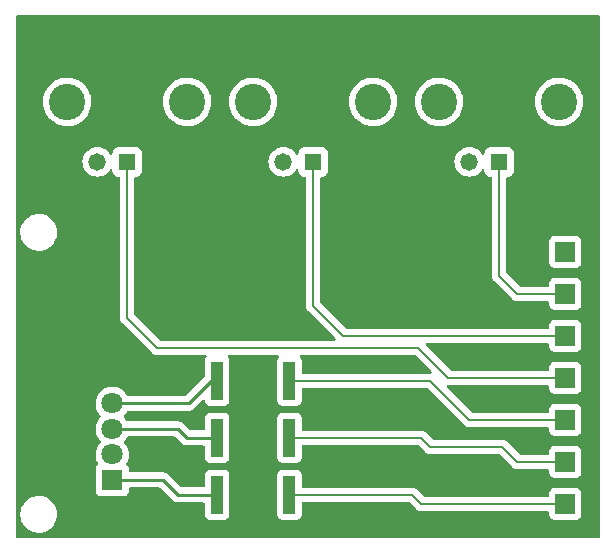
<source format=gbr>
%TF.GenerationSoftware,KiCad,Pcbnew,(6.0.1)*%
%TF.CreationDate,2022-03-09T16:15:59-05:00*%
%TF.ProjectId,pcb_arduino,7063625f-6172-4647-9569-6e6f2e6b6963,rev?*%
%TF.SameCoordinates,Original*%
%TF.FileFunction,Copper,L1,Top*%
%TF.FilePolarity,Positive*%
%FSLAX46Y46*%
G04 Gerber Fmt 4.6, Leading zero omitted, Abs format (unit mm)*
G04 Created by KiCad (PCBNEW (6.0.1)) date 2022-03-09 16:15:59*
%MOMM*%
%LPD*%
G01*
G04 APERTURE LIST*
%TA.AperFunction,ComponentPad*%
%ADD10R,1.800000X1.800000*%
%TD*%
%TA.AperFunction,ComponentPad*%
%ADD11C,1.800000*%
%TD*%
%TA.AperFunction,SMDPad,CuDef*%
%ADD12R,1.070000X3.270000*%
%TD*%
%TA.AperFunction,ComponentPad*%
%ADD13R,1.700000X1.700000*%
%TD*%
%TA.AperFunction,ComponentPad*%
%ADD14C,3.076000*%
%TD*%
%TA.AperFunction,ComponentPad*%
%ADD15C,1.478000*%
%TD*%
%TA.AperFunction,ComponentPad*%
%ADD16R,1.478000X1.478000*%
%TD*%
%TA.AperFunction,Conductor*%
%ADD17C,0.200000*%
%TD*%
%TA.AperFunction,Conductor*%
%ADD18C,0.250000*%
%TD*%
G04 APERTURE END LIST*
D10*
%TO.P,LED,1*%
%TO.N,N/C*%
X116459000Y-120269000D03*
D11*
%TO.P,LED,2*%
X116459000Y-118110000D03*
%TO.P,LED,3*%
X116459000Y-115951000D03*
%TO.P,LED,4*%
X116459000Y-113792000D03*
%TD*%
D12*
%TO.P,R,1*%
%TO.N,N/C*%
X125342000Y-121539000D03*
%TO.P,R,2*%
X131452000Y-121539000D03*
%TD*%
D13*
%TO.P,PIN 50,1*%
%TO.N,N/C*%
X154813000Y-118745000D03*
X154813000Y-118745000D03*
%TD*%
D14*
%TO.P,EEG,S2*%
%TO.N,N/C*%
X122809000Y-88265000D03*
%TO.P,EEG,S1*%
X112649000Y-88265000D03*
D15*
%TO.P,EEG,2*%
X115189000Y-93345000D03*
D16*
%TO.P,EEG,1*%
X117729000Y-93345000D03*
%TD*%
D13*
%TO.P,PIN 6,1*%
%TO.N,N/C*%
X154813000Y-108077000D03*
X154813000Y-108077000D03*
%TD*%
D12*
%TO.P,R,1*%
%TO.N,N/C*%
X125342000Y-116713000D03*
%TO.P,R,2*%
X131452000Y-116713000D03*
%TD*%
D16*
%TO.P,Footswitch,1*%
%TO.N,N/C*%
X133477000Y-93345000D03*
D15*
%TO.P,Footswitch,2*%
X130937000Y-93345000D03*
D14*
%TO.P,Footswitch,S1*%
X128397000Y-88265000D03*
%TO.P,Footswitch,S2*%
X138557000Y-88265000D03*
%TD*%
D13*
%TO.P,PIN 53,1*%
%TO.N,N/C*%
X154813000Y-115189000D03*
X154813000Y-115189000D03*
%TD*%
%TO.P,GND,1*%
%TO.N,N/C*%
X154813000Y-100965000D03*
X154813000Y-100965000D03*
%TD*%
%TO.P,PIN 7,1*%
%TO.N,N/C*%
X154813000Y-111633000D03*
X154813000Y-111633000D03*
%TD*%
%TO.P,PIN 52,1*%
%TO.N,N/C*%
X154813000Y-122301000D03*
X154813000Y-122301000D03*
%TD*%
D12*
%TO.P,R,1*%
%TO.N,N/C*%
X125342000Y-111887000D03*
%TO.P,R,2*%
X131452000Y-111887000D03*
%TD*%
D13*
%TO.P,PIN 5,1*%
%TO.N,N/C*%
X154813000Y-104521000D03*
X154813000Y-104521000D03*
%TD*%
D16*
%TO.P,Portasync,1*%
%TO.N,N/C*%
X149225000Y-93345000D03*
D15*
%TO.P,Portasync,2*%
X146685000Y-93345000D03*
D14*
%TO.P,Portasync,S1*%
X144145000Y-88265000D03*
%TO.P,Portasync,S2*%
X154305000Y-88265000D03*
%TD*%
D17*
%TO.N,*%
X143383000Y-117475000D02*
X142621000Y-116713000D01*
X144907000Y-111633000D02*
X154813000Y-111633000D01*
X141859000Y-121539000D02*
X142621000Y-122301000D01*
X120269000Y-109093000D02*
X142367000Y-109093000D01*
D18*
X120777000Y-120269000D02*
X122047000Y-121539000D01*
D17*
X133477000Y-105537000D02*
X136017000Y-108077000D01*
D18*
X122047000Y-121539000D02*
X125342000Y-121539000D01*
D17*
X142621000Y-116713000D02*
X131452000Y-116713000D01*
X146685000Y-115189000D02*
X154813000Y-115189000D01*
X131452000Y-121539000D02*
X141859000Y-121539000D01*
D18*
X122809000Y-116713000D02*
X125342000Y-116713000D01*
D17*
X149225000Y-102997000D02*
X150749000Y-104521000D01*
D18*
X116459000Y-115951000D02*
X122047000Y-115951000D01*
D17*
X150749000Y-118745000D02*
X154813000Y-118745000D01*
X143383000Y-111887000D02*
X146685000Y-115189000D01*
D18*
X122047000Y-115951000D02*
X122809000Y-116713000D01*
D17*
X142367000Y-109093000D02*
X144907000Y-111633000D01*
X131452000Y-111887000D02*
X143383000Y-111887000D01*
D18*
X116459000Y-120269000D02*
X120777000Y-120269000D01*
D17*
X133477000Y-93345000D02*
X133477000Y-105537000D01*
X149479000Y-117475000D02*
X143383000Y-117475000D01*
X117729000Y-106553000D02*
X120269000Y-109093000D01*
X117729000Y-93345000D02*
X117729000Y-106553000D01*
X149225000Y-93345000D02*
X149225000Y-102997000D01*
X154305000Y-114681000D02*
X154813000Y-115189000D01*
X142621000Y-122301000D02*
X154813000Y-122301000D01*
X150749000Y-104521000D02*
X154813000Y-104521000D01*
D18*
X122936000Y-113792000D02*
X124841000Y-111887000D01*
X116459000Y-113792000D02*
X122936000Y-113792000D01*
D17*
X150749000Y-118745000D02*
X149479000Y-117475000D01*
X136017000Y-108077000D02*
X154813000Y-108077000D01*
D18*
X124841000Y-111887000D02*
X125342000Y-111887000D01*
%TD*%
%TA.AperFunction,NonConductor*%
G36*
X142130882Y-109721502D02*
G01*
X142151856Y-109738405D01*
X143472684Y-111059233D01*
X143506710Y-111121545D01*
X143501645Y-111192360D01*
X143459098Y-111249196D01*
X143392578Y-111274007D01*
X143389567Y-111274115D01*
X143383000Y-111273250D01*
X143351307Y-111277422D01*
X143334864Y-111278500D01*
X132621500Y-111278500D01*
X132553379Y-111258498D01*
X132506886Y-111204842D01*
X132495500Y-111152500D01*
X132495500Y-110203866D01*
X132488745Y-110141684D01*
X132437615Y-110005295D01*
X132360998Y-109903065D01*
X132336150Y-109836558D01*
X132351203Y-109767176D01*
X132401377Y-109716946D01*
X132461824Y-109701500D01*
X142062761Y-109701500D01*
X142130882Y-109721502D01*
G37*
%TD.AperFunction*%
%TA.AperFunction,NonConductor*%
G36*
X157676121Y-80919002D02*
G01*
X157722614Y-80972658D01*
X157734000Y-81025000D01*
X157734000Y-125096000D01*
X157713998Y-125164121D01*
X157660342Y-125210614D01*
X157608000Y-125222000D01*
X108453000Y-125222000D01*
X108384879Y-125201998D01*
X108338386Y-125148342D01*
X108327000Y-125096000D01*
X108327000Y-123244568D01*
X108673382Y-123244568D01*
X108702208Y-123493699D01*
X108703587Y-123498573D01*
X108703588Y-123498577D01*
X108753963Y-123676598D01*
X108770494Y-123735017D01*
X108772628Y-123739592D01*
X108772630Y-123739599D01*
X108874347Y-123957731D01*
X108876484Y-123962313D01*
X108879326Y-123966494D01*
X108879326Y-123966495D01*
X109014605Y-124165552D01*
X109014608Y-124165556D01*
X109017451Y-124169739D01*
X109020928Y-124173416D01*
X109020929Y-124173417D01*
X109121238Y-124279491D01*
X109189767Y-124351959D01*
X109193793Y-124355037D01*
X109193794Y-124355038D01*
X109384981Y-124501212D01*
X109384985Y-124501215D01*
X109389001Y-124504285D01*
X109610026Y-124622797D01*
X109614807Y-124624443D01*
X109614811Y-124624445D01*
X109840538Y-124702169D01*
X109847156Y-124704448D01*
X109950689Y-124722331D01*
X110090380Y-124746460D01*
X110090386Y-124746461D01*
X110094290Y-124747135D01*
X110098251Y-124747315D01*
X110098252Y-124747315D01*
X110122931Y-124748436D01*
X110122950Y-124748436D01*
X110124350Y-124748500D01*
X110299015Y-124748500D01*
X110301523Y-124748298D01*
X110301528Y-124748298D01*
X110480944Y-124733863D01*
X110480949Y-124733862D01*
X110485985Y-124733457D01*
X110490893Y-124732252D01*
X110490896Y-124732251D01*
X110724625Y-124674841D01*
X110729539Y-124673634D01*
X110734191Y-124671659D01*
X110734195Y-124671658D01*
X110955741Y-124577617D01*
X110955742Y-124577617D01*
X110960396Y-124575641D01*
X111172615Y-124442000D01*
X111360738Y-124276147D01*
X111519924Y-124082351D01*
X111646078Y-123865596D01*
X111735955Y-123631461D01*
X111737386Y-123624615D01*
X111786206Y-123390921D01*
X111787241Y-123385967D01*
X111798618Y-123135432D01*
X111769792Y-122886301D01*
X111730810Y-122748539D01*
X111702884Y-122649852D01*
X111702883Y-122649850D01*
X111701506Y-122644983D01*
X111699372Y-122640408D01*
X111699370Y-122640401D01*
X111597653Y-122422269D01*
X111597651Y-122422265D01*
X111595516Y-122417687D01*
X111592674Y-122413505D01*
X111457395Y-122214448D01*
X111457392Y-122214444D01*
X111454549Y-122210261D01*
X111353925Y-122103853D01*
X111285713Y-122031721D01*
X111282233Y-122028041D01*
X111278206Y-122024962D01*
X111087019Y-121878788D01*
X111087015Y-121878785D01*
X111082999Y-121875715D01*
X110861974Y-121757203D01*
X110857193Y-121755557D01*
X110857189Y-121755555D01*
X110629633Y-121677201D01*
X110624844Y-121675552D01*
X110509304Y-121655595D01*
X110381620Y-121633540D01*
X110381614Y-121633539D01*
X110377710Y-121632865D01*
X110373749Y-121632685D01*
X110373748Y-121632685D01*
X110349069Y-121631564D01*
X110349050Y-121631564D01*
X110347650Y-121631500D01*
X110172985Y-121631500D01*
X110170477Y-121631702D01*
X110170472Y-121631702D01*
X109991056Y-121646137D01*
X109991051Y-121646138D01*
X109986015Y-121646543D01*
X109981107Y-121647748D01*
X109981104Y-121647749D01*
X109845268Y-121681114D01*
X109742461Y-121706366D01*
X109737809Y-121708341D01*
X109737805Y-121708342D01*
X109617061Y-121759595D01*
X109511604Y-121804359D01*
X109507320Y-121807057D01*
X109310109Y-121931247D01*
X109299385Y-121938000D01*
X109111262Y-122103853D01*
X108952076Y-122297649D01*
X108825922Y-122514404D01*
X108736045Y-122748539D01*
X108735012Y-122753485D01*
X108735010Y-122753491D01*
X108701547Y-122913672D01*
X108684759Y-122994033D01*
X108673382Y-123244568D01*
X108327000Y-123244568D01*
X108327000Y-99368568D01*
X108673382Y-99368568D01*
X108702208Y-99617699D01*
X108703587Y-99622573D01*
X108703588Y-99622577D01*
X108742169Y-99758919D01*
X108770494Y-99859017D01*
X108772628Y-99863592D01*
X108772630Y-99863599D01*
X108869009Y-100070283D01*
X108876484Y-100086313D01*
X108879326Y-100090494D01*
X108879326Y-100090495D01*
X109014605Y-100289552D01*
X109014608Y-100289556D01*
X109017451Y-100293739D01*
X109020928Y-100297416D01*
X109020929Y-100297417D01*
X109121238Y-100403491D01*
X109189767Y-100475959D01*
X109193793Y-100479037D01*
X109193794Y-100479038D01*
X109384981Y-100625212D01*
X109384985Y-100625215D01*
X109389001Y-100628285D01*
X109610026Y-100746797D01*
X109614807Y-100748443D01*
X109614811Y-100748445D01*
X109840538Y-100826169D01*
X109847156Y-100828448D01*
X109950689Y-100846331D01*
X110090380Y-100870460D01*
X110090386Y-100870461D01*
X110094290Y-100871135D01*
X110098251Y-100871315D01*
X110098252Y-100871315D01*
X110122931Y-100872436D01*
X110122950Y-100872436D01*
X110124350Y-100872500D01*
X110299015Y-100872500D01*
X110301523Y-100872298D01*
X110301528Y-100872298D01*
X110480944Y-100857863D01*
X110480949Y-100857862D01*
X110485985Y-100857457D01*
X110490893Y-100856252D01*
X110490896Y-100856251D01*
X110724625Y-100798841D01*
X110729539Y-100797634D01*
X110734191Y-100795659D01*
X110734195Y-100795658D01*
X110955741Y-100701617D01*
X110955742Y-100701617D01*
X110960396Y-100699641D01*
X111172615Y-100566000D01*
X111360738Y-100400147D01*
X111519924Y-100206351D01*
X111646078Y-99989596D01*
X111735955Y-99755461D01*
X111753857Y-99669771D01*
X111786206Y-99514921D01*
X111787241Y-99509967D01*
X111798618Y-99259432D01*
X111769792Y-99010301D01*
X111730810Y-98872539D01*
X111702884Y-98773852D01*
X111702883Y-98773850D01*
X111701506Y-98768983D01*
X111699372Y-98764408D01*
X111699370Y-98764401D01*
X111597653Y-98546269D01*
X111597651Y-98546265D01*
X111595516Y-98541687D01*
X111592674Y-98537505D01*
X111457395Y-98338448D01*
X111457392Y-98338444D01*
X111454549Y-98334261D01*
X111353925Y-98227853D01*
X111285713Y-98155721D01*
X111282233Y-98152041D01*
X111278206Y-98148962D01*
X111087019Y-98002788D01*
X111087015Y-98002785D01*
X111082999Y-97999715D01*
X110861974Y-97881203D01*
X110857193Y-97879557D01*
X110857189Y-97879555D01*
X110629633Y-97801201D01*
X110624844Y-97799552D01*
X110521311Y-97781669D01*
X110381620Y-97757540D01*
X110381614Y-97757539D01*
X110377710Y-97756865D01*
X110373749Y-97756685D01*
X110373748Y-97756685D01*
X110349069Y-97755564D01*
X110349050Y-97755564D01*
X110347650Y-97755500D01*
X110172985Y-97755500D01*
X110170477Y-97755702D01*
X110170472Y-97755702D01*
X109991056Y-97770137D01*
X109991051Y-97770138D01*
X109986015Y-97770543D01*
X109981107Y-97771748D01*
X109981104Y-97771749D01*
X109749326Y-97828680D01*
X109742461Y-97830366D01*
X109737809Y-97832341D01*
X109737805Y-97832342D01*
X109617061Y-97883595D01*
X109511604Y-97928359D01*
X109299385Y-98062000D01*
X109111262Y-98227853D01*
X108952076Y-98421649D01*
X108825922Y-98638404D01*
X108736045Y-98872539D01*
X108684759Y-99118033D01*
X108673382Y-99368568D01*
X108327000Y-99368568D01*
X108327000Y-93345000D01*
X113936735Y-93345000D01*
X113955760Y-93562454D01*
X114012256Y-93773300D01*
X114104507Y-93971132D01*
X114229709Y-94149940D01*
X114384060Y-94304291D01*
X114388568Y-94307448D01*
X114388571Y-94307450D01*
X114558358Y-94426336D01*
X114562867Y-94429493D01*
X114567849Y-94431816D01*
X114567854Y-94431819D01*
X114755718Y-94519421D01*
X114760700Y-94521744D01*
X114766008Y-94523166D01*
X114766010Y-94523167D01*
X114966231Y-94576816D01*
X114966233Y-94576816D01*
X114971546Y-94578240D01*
X115189000Y-94597265D01*
X115406454Y-94578240D01*
X115411767Y-94576816D01*
X115411769Y-94576816D01*
X115611990Y-94523167D01*
X115611992Y-94523166D01*
X115617300Y-94521744D01*
X115622282Y-94519421D01*
X115810146Y-94431819D01*
X115810151Y-94431816D01*
X115815133Y-94429493D01*
X115819642Y-94426336D01*
X115989429Y-94307450D01*
X115989432Y-94307448D01*
X115993940Y-94304291D01*
X116148291Y-94149940D01*
X116252288Y-94001416D01*
X116307744Y-93957088D01*
X116378363Y-93949779D01*
X116441723Y-93981809D01*
X116477709Y-94043010D01*
X116481500Y-94073687D01*
X116481500Y-94132134D01*
X116488255Y-94194316D01*
X116539385Y-94330705D01*
X116626739Y-94447261D01*
X116743295Y-94534615D01*
X116879684Y-94585745D01*
X116941866Y-94592500D01*
X116994500Y-94592500D01*
X117062621Y-94612502D01*
X117109114Y-94666158D01*
X117120500Y-94718500D01*
X117120500Y-106504864D01*
X117119422Y-106521307D01*
X117115250Y-106553000D01*
X117120500Y-106592880D01*
X117120500Y-106592885D01*
X117133609Y-106692457D01*
X117136162Y-106711851D01*
X117197476Y-106859876D01*
X117202503Y-106866427D01*
X117202504Y-106866429D01*
X117270520Y-106955069D01*
X117270526Y-106955075D01*
X117295013Y-106986987D01*
X117301568Y-106992017D01*
X117320379Y-107006452D01*
X117332770Y-107017319D01*
X119804685Y-109489234D01*
X119815552Y-109501625D01*
X119835013Y-109526987D01*
X119841563Y-109532013D01*
X119866925Y-109551474D01*
X119866928Y-109551477D01*
X119936318Y-109604722D01*
X119955570Y-109619495D01*
X119955574Y-109619497D01*
X119962125Y-109624524D01*
X120110150Y-109685838D01*
X120229115Y-109701500D01*
X120229120Y-109701500D01*
X120229129Y-109701501D01*
X120260812Y-109705672D01*
X120269000Y-109706750D01*
X120300693Y-109702578D01*
X120317136Y-109701500D01*
X124332176Y-109701500D01*
X124400297Y-109721502D01*
X124446790Y-109775158D01*
X124456894Y-109845432D01*
X124433002Y-109903065D01*
X124356385Y-110005295D01*
X124305255Y-110141684D01*
X124298500Y-110203866D01*
X124298500Y-111481406D01*
X124278498Y-111549527D01*
X124261595Y-111570501D01*
X122710500Y-113121595D01*
X122648188Y-113155621D01*
X122621405Y-113158500D01*
X117795359Y-113158500D01*
X117727238Y-113138498D01*
X117689567Y-113100940D01*
X117612602Y-112981971D01*
X117578764Y-112929665D01*
X117422887Y-112758358D01*
X117418836Y-112755159D01*
X117418832Y-112755155D01*
X117245177Y-112618011D01*
X117245172Y-112618008D01*
X117241123Y-112614810D01*
X117236607Y-112612317D01*
X117236604Y-112612315D01*
X117042879Y-112505373D01*
X117042875Y-112505371D01*
X117038355Y-112502876D01*
X117033486Y-112501152D01*
X117033482Y-112501150D01*
X116824903Y-112427288D01*
X116824899Y-112427287D01*
X116820028Y-112425562D01*
X116814935Y-112424655D01*
X116814932Y-112424654D01*
X116597095Y-112385851D01*
X116597089Y-112385850D01*
X116592006Y-112384945D01*
X116519096Y-112384054D01*
X116365581Y-112382179D01*
X116365579Y-112382179D01*
X116360411Y-112382116D01*
X116131464Y-112417150D01*
X115911314Y-112489106D01*
X115906726Y-112491494D01*
X115906722Y-112491496D01*
X115828137Y-112532405D01*
X115705872Y-112596052D01*
X115701739Y-112599155D01*
X115701736Y-112599157D01*
X115676625Y-112618011D01*
X115520655Y-112735117D01*
X115360639Y-112902564D01*
X115357725Y-112906836D01*
X115357724Y-112906837D01*
X115342152Y-112929665D01*
X115230119Y-113093899D01*
X115132602Y-113303981D01*
X115070707Y-113527169D01*
X115046095Y-113757469D01*
X115046392Y-113762622D01*
X115046392Y-113762625D01*
X115053463Y-113885261D01*
X115059427Y-113988697D01*
X115060564Y-113993743D01*
X115060565Y-113993749D01*
X115081154Y-114085109D01*
X115110346Y-114214642D01*
X115112288Y-114219424D01*
X115112289Y-114219428D01*
X115195540Y-114424450D01*
X115197484Y-114429237D01*
X115318501Y-114626719D01*
X115382010Y-114700036D01*
X115461048Y-114791280D01*
X115490530Y-114855865D01*
X115480415Y-114926138D01*
X115456904Y-114960828D01*
X115442845Y-114975540D01*
X115360639Y-115061564D01*
X115357725Y-115065836D01*
X115357724Y-115065837D01*
X115342152Y-115088665D01*
X115230119Y-115252899D01*
X115132602Y-115462981D01*
X115070707Y-115686169D01*
X115046095Y-115916469D01*
X115046392Y-115921622D01*
X115046392Y-115921625D01*
X115052158Y-116021621D01*
X115059427Y-116147697D01*
X115060564Y-116152743D01*
X115060565Y-116152749D01*
X115092148Y-116292891D01*
X115110346Y-116373642D01*
X115112288Y-116378424D01*
X115112289Y-116378428D01*
X115180942Y-116547500D01*
X115197484Y-116588237D01*
X115318501Y-116785719D01*
X115321882Y-116789622D01*
X115461048Y-116950280D01*
X115490530Y-117014865D01*
X115480415Y-117085138D01*
X115456904Y-117119828D01*
X115421689Y-117156679D01*
X115360639Y-117220564D01*
X115357725Y-117224836D01*
X115357724Y-117224837D01*
X115344569Y-117244121D01*
X115230119Y-117411899D01*
X115132602Y-117621981D01*
X115070707Y-117845169D01*
X115046095Y-118075469D01*
X115046392Y-118080622D01*
X115046392Y-118080625D01*
X115052067Y-118179041D01*
X115059427Y-118306697D01*
X115060564Y-118311743D01*
X115060565Y-118311749D01*
X115091825Y-118450460D01*
X115110346Y-118532642D01*
X115112288Y-118537424D01*
X115112289Y-118537428D01*
X115195540Y-118742450D01*
X115197484Y-118747237D01*
X115228969Y-118798615D01*
X115245532Y-118825644D01*
X115264070Y-118894178D01*
X115242614Y-118961854D01*
X115213664Y-118992305D01*
X115195739Y-119005739D01*
X115108385Y-119122295D01*
X115057255Y-119258684D01*
X115050500Y-119320866D01*
X115050500Y-121217134D01*
X115057255Y-121279316D01*
X115108385Y-121415705D01*
X115195739Y-121532261D01*
X115312295Y-121619615D01*
X115448684Y-121670745D01*
X115510866Y-121677500D01*
X117407134Y-121677500D01*
X117469316Y-121670745D01*
X117605705Y-121619615D01*
X117722261Y-121532261D01*
X117809615Y-121415705D01*
X117860745Y-121279316D01*
X117867500Y-121217134D01*
X117867500Y-121028500D01*
X117887502Y-120960379D01*
X117941158Y-120913886D01*
X117993500Y-120902500D01*
X120462406Y-120902500D01*
X120530527Y-120922502D01*
X120551501Y-120939405D01*
X121543343Y-121931247D01*
X121550887Y-121939537D01*
X121555000Y-121946018D01*
X121560777Y-121951443D01*
X121604667Y-121992658D01*
X121607509Y-121995413D01*
X121627230Y-122015134D01*
X121630425Y-122017612D01*
X121639447Y-122025318D01*
X121671679Y-122055586D01*
X121678628Y-122059406D01*
X121689432Y-122065346D01*
X121705956Y-122076199D01*
X121721959Y-122088613D01*
X121762543Y-122106176D01*
X121773173Y-122111383D01*
X121811940Y-122132695D01*
X121819617Y-122134666D01*
X121819622Y-122134668D01*
X121831558Y-122137732D01*
X121850266Y-122144137D01*
X121868855Y-122152181D01*
X121876683Y-122153421D01*
X121876690Y-122153423D01*
X121912524Y-122159099D01*
X121924144Y-122161505D01*
X121947503Y-122167502D01*
X121966970Y-122172500D01*
X121987224Y-122172500D01*
X122006934Y-122174051D01*
X122026943Y-122177220D01*
X122034835Y-122176474D01*
X122070961Y-122173059D01*
X122082819Y-122172500D01*
X124172500Y-122172500D01*
X124240621Y-122192502D01*
X124287114Y-122246158D01*
X124298500Y-122298500D01*
X124298500Y-123222134D01*
X124305255Y-123284316D01*
X124356385Y-123420705D01*
X124443739Y-123537261D01*
X124560295Y-123624615D01*
X124696684Y-123675745D01*
X124758866Y-123682500D01*
X125925134Y-123682500D01*
X125987316Y-123675745D01*
X126123705Y-123624615D01*
X126240261Y-123537261D01*
X126327615Y-123420705D01*
X126378745Y-123284316D01*
X126385500Y-123222134D01*
X130408500Y-123222134D01*
X130415255Y-123284316D01*
X130466385Y-123420705D01*
X130553739Y-123537261D01*
X130670295Y-123624615D01*
X130806684Y-123675745D01*
X130868866Y-123682500D01*
X132035134Y-123682500D01*
X132097316Y-123675745D01*
X132233705Y-123624615D01*
X132350261Y-123537261D01*
X132437615Y-123420705D01*
X132488745Y-123284316D01*
X132495500Y-123222134D01*
X132495500Y-122273500D01*
X132515502Y-122205379D01*
X132569158Y-122158886D01*
X132621500Y-122147500D01*
X141554761Y-122147500D01*
X141622882Y-122167502D01*
X141643856Y-122184405D01*
X142156685Y-122697234D01*
X142167552Y-122709625D01*
X142187013Y-122734987D01*
X142193563Y-122740013D01*
X142218921Y-122759471D01*
X142218937Y-122759485D01*
X142268305Y-122797366D01*
X142314124Y-122832524D01*
X142462149Y-122893838D01*
X142470336Y-122894916D01*
X142470337Y-122894916D01*
X142481542Y-122896391D01*
X142512738Y-122900498D01*
X142581115Y-122909500D01*
X142581118Y-122909500D01*
X142581126Y-122909501D01*
X142612811Y-122913672D01*
X142621000Y-122914750D01*
X142629189Y-122913672D01*
X142652693Y-122910578D01*
X142669138Y-122909500D01*
X153328500Y-122909500D01*
X153396621Y-122929502D01*
X153443114Y-122983158D01*
X153454500Y-123035500D01*
X153454500Y-123199134D01*
X153461255Y-123261316D01*
X153512385Y-123397705D01*
X153599739Y-123514261D01*
X153716295Y-123601615D01*
X153852684Y-123652745D01*
X153914866Y-123659500D01*
X155711134Y-123659500D01*
X155773316Y-123652745D01*
X155909705Y-123601615D01*
X156026261Y-123514261D01*
X156113615Y-123397705D01*
X156164745Y-123261316D01*
X156171500Y-123199134D01*
X156171500Y-121402866D01*
X156164745Y-121340684D01*
X156113615Y-121204295D01*
X156026261Y-121087739D01*
X155909705Y-121000385D01*
X155773316Y-120949255D01*
X155711134Y-120942500D01*
X153914866Y-120942500D01*
X153852684Y-120949255D01*
X153716295Y-121000385D01*
X153599739Y-121087739D01*
X153512385Y-121204295D01*
X153461255Y-121340684D01*
X153454500Y-121402866D01*
X153454500Y-121566500D01*
X153434498Y-121634621D01*
X153380842Y-121681114D01*
X153328500Y-121692500D01*
X142925239Y-121692500D01*
X142857118Y-121672498D01*
X142836144Y-121655595D01*
X142323315Y-121142766D01*
X142312448Y-121130375D01*
X142298013Y-121111563D01*
X142292987Y-121105013D01*
X142261075Y-121080526D01*
X142261072Y-121080523D01*
X142165876Y-121007476D01*
X142017851Y-120946162D01*
X142009664Y-120945084D01*
X142009663Y-120945084D01*
X141990034Y-120942500D01*
X141898893Y-120930501D01*
X141898891Y-120930501D01*
X141898885Y-120930500D01*
X141898883Y-120930500D01*
X141898874Y-120930499D01*
X141867189Y-120926328D01*
X141859000Y-120925250D01*
X141827307Y-120929422D01*
X141810864Y-120930500D01*
X132621500Y-120930500D01*
X132553379Y-120910498D01*
X132506886Y-120856842D01*
X132495500Y-120804500D01*
X132495500Y-119855866D01*
X132488745Y-119793684D01*
X132437615Y-119657295D01*
X132350261Y-119540739D01*
X132233705Y-119453385D01*
X132097316Y-119402255D01*
X132035134Y-119395500D01*
X130868866Y-119395500D01*
X130806684Y-119402255D01*
X130670295Y-119453385D01*
X130553739Y-119540739D01*
X130466385Y-119657295D01*
X130415255Y-119793684D01*
X130408500Y-119855866D01*
X130408500Y-123222134D01*
X126385500Y-123222134D01*
X126385500Y-119855866D01*
X126378745Y-119793684D01*
X126327615Y-119657295D01*
X126240261Y-119540739D01*
X126123705Y-119453385D01*
X125987316Y-119402255D01*
X125925134Y-119395500D01*
X124758866Y-119395500D01*
X124696684Y-119402255D01*
X124560295Y-119453385D01*
X124443739Y-119540739D01*
X124356385Y-119657295D01*
X124305255Y-119793684D01*
X124298500Y-119855866D01*
X124298500Y-120779500D01*
X124278498Y-120847621D01*
X124224842Y-120894114D01*
X124172500Y-120905500D01*
X122361595Y-120905500D01*
X122293474Y-120885498D01*
X122272500Y-120868595D01*
X121280652Y-119876747D01*
X121273112Y-119868461D01*
X121269000Y-119861982D01*
X121219348Y-119815356D01*
X121216507Y-119812602D01*
X121196770Y-119792865D01*
X121193573Y-119790385D01*
X121184551Y-119782680D01*
X121158100Y-119757841D01*
X121152321Y-119752414D01*
X121145375Y-119748595D01*
X121145372Y-119748593D01*
X121134566Y-119742652D01*
X121118047Y-119731801D01*
X121117583Y-119731441D01*
X121102041Y-119719386D01*
X121094772Y-119716241D01*
X121094768Y-119716238D01*
X121061463Y-119701826D01*
X121050813Y-119696609D01*
X121012060Y-119675305D01*
X120992437Y-119670267D01*
X120973734Y-119663863D01*
X120962420Y-119658967D01*
X120962419Y-119658967D01*
X120955145Y-119655819D01*
X120947322Y-119654580D01*
X120947312Y-119654577D01*
X120911476Y-119648901D01*
X120899856Y-119646495D01*
X120864711Y-119637472D01*
X120864710Y-119637472D01*
X120857030Y-119635500D01*
X120836776Y-119635500D01*
X120817065Y-119633949D01*
X120804886Y-119632020D01*
X120797057Y-119630780D01*
X120789165Y-119631526D01*
X120753039Y-119634941D01*
X120741181Y-119635500D01*
X117993500Y-119635500D01*
X117925379Y-119615498D01*
X117878886Y-119561842D01*
X117867500Y-119509500D01*
X117867500Y-119320866D01*
X117860745Y-119258684D01*
X117809615Y-119122295D01*
X117722261Y-119005739D01*
X117707695Y-118994822D01*
X117665182Y-118937965D01*
X117660156Y-118867147D01*
X117671562Y-118838463D01*
X117670458Y-118837917D01*
X117770784Y-118634922D01*
X117770785Y-118634920D01*
X117773078Y-118630280D01*
X117840408Y-118408671D01*
X117870640Y-118179041D01*
X117870722Y-118175691D01*
X117872245Y-118113365D01*
X117872245Y-118113361D01*
X117872327Y-118110000D01*
X117864147Y-118010500D01*
X117853773Y-117884318D01*
X117853772Y-117884312D01*
X117853349Y-117879167D01*
X117796925Y-117654533D01*
X117791088Y-117641109D01*
X117706630Y-117446868D01*
X117706628Y-117446865D01*
X117704570Y-117442131D01*
X117578764Y-117247665D01*
X117565791Y-117233407D01*
X117483945Y-117143460D01*
X117457476Y-117114371D01*
X117426424Y-117050526D01*
X117434820Y-116980027D01*
X117461731Y-116940321D01*
X117531637Y-116870660D01*
X117531647Y-116870648D01*
X117535303Y-116867005D01*
X117539439Y-116861250D01*
X117596875Y-116781318D01*
X117670458Y-116678917D01*
X117682440Y-116654672D01*
X117730553Y-116602466D01*
X117795397Y-116584500D01*
X121732405Y-116584500D01*
X121800526Y-116604502D01*
X121821501Y-116621405D01*
X122065517Y-116865422D01*
X122305353Y-117105258D01*
X122312887Y-117113537D01*
X122317000Y-117120018D01*
X122366651Y-117166643D01*
X122369493Y-117169398D01*
X122389230Y-117189135D01*
X122392427Y-117191615D01*
X122401447Y-117199318D01*
X122433679Y-117229586D01*
X122440625Y-117233405D01*
X122440628Y-117233407D01*
X122451434Y-117239348D01*
X122467953Y-117250199D01*
X122483959Y-117262614D01*
X122491228Y-117265759D01*
X122491232Y-117265762D01*
X122524537Y-117280174D01*
X122535187Y-117285391D01*
X122573940Y-117306695D01*
X122581615Y-117308666D01*
X122581616Y-117308666D01*
X122593562Y-117311733D01*
X122612266Y-117318137D01*
X122620038Y-117321500D01*
X122630855Y-117326181D01*
X122638678Y-117327420D01*
X122638688Y-117327423D01*
X122674524Y-117333099D01*
X122686144Y-117335505D01*
X122709503Y-117341502D01*
X122728970Y-117346500D01*
X122749224Y-117346500D01*
X122768934Y-117348051D01*
X122788943Y-117351220D01*
X122796835Y-117350474D01*
X122832961Y-117347059D01*
X122844819Y-117346500D01*
X124172500Y-117346500D01*
X124240621Y-117366502D01*
X124287114Y-117420158D01*
X124298500Y-117472500D01*
X124298500Y-118396134D01*
X124305255Y-118458316D01*
X124356385Y-118594705D01*
X124443739Y-118711261D01*
X124560295Y-118798615D01*
X124696684Y-118849745D01*
X124758866Y-118856500D01*
X125925134Y-118856500D01*
X125987316Y-118849745D01*
X126123705Y-118798615D01*
X126240261Y-118711261D01*
X126327615Y-118594705D01*
X126378745Y-118458316D01*
X126385500Y-118396134D01*
X130408500Y-118396134D01*
X130415255Y-118458316D01*
X130466385Y-118594705D01*
X130553739Y-118711261D01*
X130670295Y-118798615D01*
X130806684Y-118849745D01*
X130868866Y-118856500D01*
X132035134Y-118856500D01*
X132097316Y-118849745D01*
X132233705Y-118798615D01*
X132350261Y-118711261D01*
X132437615Y-118594705D01*
X132488745Y-118458316D01*
X132495500Y-118396134D01*
X132495500Y-117447500D01*
X132515502Y-117379379D01*
X132569158Y-117332886D01*
X132621500Y-117321500D01*
X142316761Y-117321500D01*
X142384882Y-117341502D01*
X142405856Y-117358405D01*
X142918685Y-117871234D01*
X142929552Y-117883625D01*
X142949013Y-117908987D01*
X142955563Y-117914013D01*
X142980921Y-117933471D01*
X142980937Y-117933485D01*
X143030305Y-117971366D01*
X143076124Y-118006524D01*
X143224149Y-118067838D01*
X143232336Y-118068916D01*
X143232337Y-118068916D01*
X143243542Y-118070391D01*
X143274738Y-118074498D01*
X143343115Y-118083500D01*
X143343118Y-118083500D01*
X143343126Y-118083501D01*
X143374811Y-118087672D01*
X143383000Y-118088750D01*
X143391189Y-118087672D01*
X143414693Y-118084578D01*
X143431138Y-118083500D01*
X149174761Y-118083500D01*
X149242882Y-118103502D01*
X149263856Y-118120405D01*
X150284685Y-119141234D01*
X150295552Y-119153625D01*
X150315013Y-119178987D01*
X150321563Y-119184013D01*
X150346925Y-119203474D01*
X150346928Y-119203477D01*
X150429113Y-119266540D01*
X150442124Y-119276524D01*
X150503438Y-119301921D01*
X150582520Y-119334678D01*
X150582523Y-119334679D01*
X150590150Y-119337838D01*
X150709115Y-119353500D01*
X150709120Y-119353500D01*
X150709129Y-119353501D01*
X150740812Y-119357672D01*
X150749000Y-119358750D01*
X150780693Y-119354578D01*
X150797136Y-119353500D01*
X153328500Y-119353500D01*
X153396621Y-119373502D01*
X153443114Y-119427158D01*
X153454500Y-119479500D01*
X153454500Y-119643134D01*
X153461255Y-119705316D01*
X153512385Y-119841705D01*
X153599739Y-119958261D01*
X153716295Y-120045615D01*
X153852684Y-120096745D01*
X153914866Y-120103500D01*
X155711134Y-120103500D01*
X155773316Y-120096745D01*
X155909705Y-120045615D01*
X156026261Y-119958261D01*
X156113615Y-119841705D01*
X156164745Y-119705316D01*
X156171500Y-119643134D01*
X156171500Y-117846866D01*
X156164745Y-117784684D01*
X156113615Y-117648295D01*
X156026261Y-117531739D01*
X155909705Y-117444385D01*
X155773316Y-117393255D01*
X155711134Y-117386500D01*
X153914866Y-117386500D01*
X153852684Y-117393255D01*
X153716295Y-117444385D01*
X153599739Y-117531739D01*
X153512385Y-117648295D01*
X153461255Y-117784684D01*
X153454500Y-117846866D01*
X153454500Y-118010500D01*
X153434498Y-118078621D01*
X153380842Y-118125114D01*
X153328500Y-118136500D01*
X151053239Y-118136500D01*
X150985118Y-118116498D01*
X150964144Y-118099595D01*
X149943315Y-117078766D01*
X149932448Y-117066375D01*
X149918013Y-117047563D01*
X149912987Y-117041013D01*
X149881075Y-117016526D01*
X149881072Y-117016523D01*
X149785876Y-116943476D01*
X149637851Y-116882162D01*
X149629664Y-116881084D01*
X149629663Y-116881084D01*
X149618458Y-116879609D01*
X149587262Y-116875502D01*
X149518885Y-116866500D01*
X149518882Y-116866500D01*
X149518874Y-116866499D01*
X149487189Y-116862328D01*
X149479000Y-116861250D01*
X149447307Y-116865422D01*
X149430864Y-116866500D01*
X143687239Y-116866500D01*
X143619118Y-116846498D01*
X143598144Y-116829595D01*
X143085315Y-116316766D01*
X143074448Y-116304375D01*
X143060013Y-116285563D01*
X143054987Y-116279013D01*
X143023075Y-116254526D01*
X143023072Y-116254523D01*
X142927876Y-116181476D01*
X142779851Y-116120162D01*
X142771664Y-116119084D01*
X142771663Y-116119084D01*
X142760458Y-116117609D01*
X142729262Y-116113502D01*
X142660885Y-116104500D01*
X142660882Y-116104500D01*
X142660874Y-116104499D01*
X142629189Y-116100328D01*
X142621000Y-116099250D01*
X142589307Y-116103422D01*
X142572864Y-116104500D01*
X132621500Y-116104500D01*
X132553379Y-116084498D01*
X132506886Y-116030842D01*
X132495500Y-115978500D01*
X132495500Y-115029866D01*
X132488745Y-114967684D01*
X132437615Y-114831295D01*
X132350261Y-114714739D01*
X132233705Y-114627385D01*
X132097316Y-114576255D01*
X132035134Y-114569500D01*
X130868866Y-114569500D01*
X130806684Y-114576255D01*
X130670295Y-114627385D01*
X130553739Y-114714739D01*
X130466385Y-114831295D01*
X130415255Y-114967684D01*
X130408500Y-115029866D01*
X130408500Y-118396134D01*
X126385500Y-118396134D01*
X126385500Y-115029866D01*
X126378745Y-114967684D01*
X126327615Y-114831295D01*
X126240261Y-114714739D01*
X126123705Y-114627385D01*
X125987316Y-114576255D01*
X125925134Y-114569500D01*
X124758866Y-114569500D01*
X124696684Y-114576255D01*
X124560295Y-114627385D01*
X124443739Y-114714739D01*
X124356385Y-114831295D01*
X124305255Y-114967684D01*
X124298500Y-115029866D01*
X124298500Y-115953500D01*
X124278498Y-116021621D01*
X124224842Y-116068114D01*
X124172500Y-116079500D01*
X123123595Y-116079500D01*
X123055474Y-116059498D01*
X123034499Y-116042595D01*
X122794655Y-115802750D01*
X122550647Y-115558742D01*
X122543113Y-115550463D01*
X122539000Y-115543982D01*
X122489348Y-115497356D01*
X122486507Y-115494602D01*
X122466770Y-115474865D01*
X122463573Y-115472385D01*
X122454551Y-115464680D01*
X122428100Y-115439841D01*
X122422321Y-115434414D01*
X122415375Y-115430595D01*
X122415372Y-115430593D01*
X122404566Y-115424652D01*
X122388047Y-115413801D01*
X122387583Y-115413441D01*
X122372041Y-115401386D01*
X122364772Y-115398241D01*
X122364768Y-115398238D01*
X122331463Y-115383826D01*
X122320813Y-115378609D01*
X122282060Y-115357305D01*
X122262437Y-115352267D01*
X122243734Y-115345863D01*
X122232420Y-115340967D01*
X122232419Y-115340967D01*
X122225145Y-115337819D01*
X122217322Y-115336580D01*
X122217312Y-115336577D01*
X122181476Y-115330901D01*
X122169856Y-115328495D01*
X122134711Y-115319472D01*
X122134710Y-115319472D01*
X122127030Y-115317500D01*
X122106776Y-115317500D01*
X122087065Y-115315949D01*
X122074886Y-115314020D01*
X122067057Y-115312780D01*
X122059165Y-115313526D01*
X122023039Y-115316941D01*
X122011181Y-115317500D01*
X117795359Y-115317500D01*
X117727238Y-115297498D01*
X117689567Y-115259940D01*
X117581574Y-115093009D01*
X117578764Y-115088665D01*
X117528371Y-115033283D01*
X117468680Y-114967684D01*
X117457476Y-114955371D01*
X117426424Y-114891526D01*
X117434820Y-114821027D01*
X117461731Y-114781321D01*
X117531637Y-114711660D01*
X117531647Y-114711648D01*
X117535303Y-114708005D01*
X117670458Y-114519917D01*
X117682440Y-114495672D01*
X117730553Y-114443466D01*
X117795397Y-114425500D01*
X122857233Y-114425500D01*
X122868416Y-114426027D01*
X122875909Y-114427702D01*
X122883835Y-114427453D01*
X122883836Y-114427453D01*
X122943986Y-114425562D01*
X122947945Y-114425500D01*
X122975856Y-114425500D01*
X122979791Y-114425003D01*
X122979856Y-114424995D01*
X122991693Y-114424062D01*
X123023951Y-114423048D01*
X123027970Y-114422922D01*
X123035889Y-114422673D01*
X123055343Y-114417021D01*
X123074700Y-114413013D01*
X123086930Y-114411468D01*
X123086931Y-114411468D01*
X123094797Y-114410474D01*
X123102168Y-114407555D01*
X123102170Y-114407555D01*
X123135912Y-114394196D01*
X123147142Y-114390351D01*
X123181983Y-114380229D01*
X123181984Y-114380229D01*
X123189593Y-114378018D01*
X123196412Y-114373985D01*
X123196417Y-114373983D01*
X123207028Y-114367707D01*
X123224776Y-114359012D01*
X123243617Y-114351552D01*
X123279387Y-114325564D01*
X123289307Y-114319048D01*
X123320535Y-114300580D01*
X123320538Y-114300578D01*
X123327362Y-114296542D01*
X123341683Y-114282221D01*
X123356717Y-114269380D01*
X123366694Y-114262131D01*
X123373107Y-114257472D01*
X123401298Y-114223395D01*
X123409288Y-114214616D01*
X124088563Y-113535341D01*
X124150875Y-113501315D01*
X124221690Y-113506380D01*
X124278526Y-113548927D01*
X124302921Y-113610830D01*
X124304401Y-113624459D01*
X124304402Y-113624463D01*
X124305255Y-113632316D01*
X124356385Y-113768705D01*
X124443739Y-113885261D01*
X124560295Y-113972615D01*
X124696684Y-114023745D01*
X124758866Y-114030500D01*
X125925134Y-114030500D01*
X125987316Y-114023745D01*
X126123705Y-113972615D01*
X126240261Y-113885261D01*
X126327615Y-113768705D01*
X126378745Y-113632316D01*
X126385500Y-113570134D01*
X126385500Y-110203866D01*
X126378745Y-110141684D01*
X126327615Y-110005295D01*
X126250998Y-109903065D01*
X126226150Y-109836558D01*
X126241203Y-109767176D01*
X126291377Y-109716946D01*
X126351824Y-109701500D01*
X130442176Y-109701500D01*
X130510297Y-109721502D01*
X130556790Y-109775158D01*
X130566894Y-109845432D01*
X130543002Y-109903065D01*
X130466385Y-110005295D01*
X130415255Y-110141684D01*
X130408500Y-110203866D01*
X130408500Y-113570134D01*
X130415255Y-113632316D01*
X130466385Y-113768705D01*
X130553739Y-113885261D01*
X130670295Y-113972615D01*
X130806684Y-114023745D01*
X130868866Y-114030500D01*
X132035134Y-114030500D01*
X132097316Y-114023745D01*
X132233705Y-113972615D01*
X132350261Y-113885261D01*
X132437615Y-113768705D01*
X132488745Y-113632316D01*
X132495500Y-113570134D01*
X132495500Y-112621500D01*
X132515502Y-112553379D01*
X132569158Y-112506886D01*
X132621500Y-112495500D01*
X143078761Y-112495500D01*
X143146882Y-112515502D01*
X143167856Y-112532405D01*
X146220685Y-115585234D01*
X146231552Y-115597625D01*
X146251013Y-115622987D01*
X146282925Y-115647474D01*
X146282928Y-115647477D01*
X146378124Y-115720524D01*
X146439438Y-115745921D01*
X146518520Y-115778678D01*
X146518523Y-115778679D01*
X146526150Y-115781838D01*
X146645115Y-115797500D01*
X146645120Y-115797500D01*
X146645129Y-115797501D01*
X146676812Y-115801672D01*
X146685000Y-115802750D01*
X146716693Y-115798578D01*
X146733136Y-115797500D01*
X153328500Y-115797500D01*
X153396621Y-115817502D01*
X153443114Y-115871158D01*
X153454500Y-115923500D01*
X153454500Y-116087134D01*
X153461255Y-116149316D01*
X153512385Y-116285705D01*
X153599739Y-116402261D01*
X153716295Y-116489615D01*
X153852684Y-116540745D01*
X153914866Y-116547500D01*
X155711134Y-116547500D01*
X155773316Y-116540745D01*
X155909705Y-116489615D01*
X156026261Y-116402261D01*
X156113615Y-116285705D01*
X156164745Y-116149316D01*
X156171500Y-116087134D01*
X156171500Y-114290866D01*
X156164745Y-114228684D01*
X156113615Y-114092295D01*
X156026261Y-113975739D01*
X155909705Y-113888385D01*
X155773316Y-113837255D01*
X155711134Y-113830500D01*
X153914866Y-113830500D01*
X153852684Y-113837255D01*
X153716295Y-113888385D01*
X153599739Y-113975739D01*
X153512385Y-114092295D01*
X153461255Y-114228684D01*
X153454500Y-114290866D01*
X153454500Y-114454500D01*
X153434498Y-114522621D01*
X153380842Y-114569114D01*
X153328500Y-114580500D01*
X146989239Y-114580500D01*
X146921118Y-114560498D01*
X146900144Y-114543595D01*
X144817316Y-112460767D01*
X144783290Y-112398455D01*
X144788355Y-112327640D01*
X144830902Y-112270804D01*
X144897422Y-112245993D01*
X144900433Y-112245885D01*
X144907000Y-112246750D01*
X144938693Y-112242578D01*
X144955136Y-112241500D01*
X153328500Y-112241500D01*
X153396621Y-112261502D01*
X153443114Y-112315158D01*
X153454500Y-112367500D01*
X153454500Y-112531134D01*
X153461255Y-112593316D01*
X153512385Y-112729705D01*
X153599739Y-112846261D01*
X153716295Y-112933615D01*
X153852684Y-112984745D01*
X153914866Y-112991500D01*
X155711134Y-112991500D01*
X155773316Y-112984745D01*
X155909705Y-112933615D01*
X156026261Y-112846261D01*
X156113615Y-112729705D01*
X156164745Y-112593316D01*
X156171500Y-112531134D01*
X156171500Y-110734866D01*
X156164745Y-110672684D01*
X156113615Y-110536295D01*
X156026261Y-110419739D01*
X155909705Y-110332385D01*
X155773316Y-110281255D01*
X155711134Y-110274500D01*
X153914866Y-110274500D01*
X153852684Y-110281255D01*
X153716295Y-110332385D01*
X153599739Y-110419739D01*
X153512385Y-110536295D01*
X153461255Y-110672684D01*
X153454500Y-110734866D01*
X153454500Y-110898500D01*
X153434498Y-110966621D01*
X153380842Y-111013114D01*
X153328500Y-111024500D01*
X145211239Y-111024500D01*
X145143118Y-111004498D01*
X145122144Y-110987595D01*
X143035144Y-108900595D01*
X143001118Y-108838283D01*
X143006183Y-108767468D01*
X143048730Y-108710632D01*
X143115250Y-108685821D01*
X143124239Y-108685500D01*
X153328500Y-108685500D01*
X153396621Y-108705502D01*
X153443114Y-108759158D01*
X153454500Y-108811500D01*
X153454500Y-108975134D01*
X153461255Y-109037316D01*
X153512385Y-109173705D01*
X153599739Y-109290261D01*
X153716295Y-109377615D01*
X153852684Y-109428745D01*
X153914866Y-109435500D01*
X155711134Y-109435500D01*
X155773316Y-109428745D01*
X155909705Y-109377615D01*
X156026261Y-109290261D01*
X156113615Y-109173705D01*
X156164745Y-109037316D01*
X156171500Y-108975134D01*
X156171500Y-107178866D01*
X156164745Y-107116684D01*
X156113615Y-106980295D01*
X156026261Y-106863739D01*
X155909705Y-106776385D01*
X155773316Y-106725255D01*
X155711134Y-106718500D01*
X153914866Y-106718500D01*
X153852684Y-106725255D01*
X153716295Y-106776385D01*
X153599739Y-106863739D01*
X153512385Y-106980295D01*
X153461255Y-107116684D01*
X153454500Y-107178866D01*
X153454500Y-107342500D01*
X153434498Y-107410621D01*
X153380842Y-107457114D01*
X153328500Y-107468500D01*
X136321239Y-107468500D01*
X136253118Y-107448498D01*
X136232144Y-107431595D01*
X134122405Y-105321856D01*
X134088379Y-105259544D01*
X134085500Y-105232761D01*
X134085500Y-94718500D01*
X134105502Y-94650379D01*
X134159158Y-94603886D01*
X134211500Y-94592500D01*
X134264134Y-94592500D01*
X134326316Y-94585745D01*
X134462705Y-94534615D01*
X134579261Y-94447261D01*
X134666615Y-94330705D01*
X134717745Y-94194316D01*
X134724500Y-94132134D01*
X134724500Y-93345000D01*
X145432735Y-93345000D01*
X145451760Y-93562454D01*
X145508256Y-93773300D01*
X145600507Y-93971132D01*
X145725709Y-94149940D01*
X145880060Y-94304291D01*
X145884568Y-94307448D01*
X145884571Y-94307450D01*
X146054358Y-94426336D01*
X146058867Y-94429493D01*
X146063849Y-94431816D01*
X146063854Y-94431819D01*
X146251718Y-94519421D01*
X146256700Y-94521744D01*
X146262008Y-94523166D01*
X146262010Y-94523167D01*
X146462231Y-94576816D01*
X146462233Y-94576816D01*
X146467546Y-94578240D01*
X146685000Y-94597265D01*
X146902454Y-94578240D01*
X146907767Y-94576816D01*
X146907769Y-94576816D01*
X147107990Y-94523167D01*
X147107992Y-94523166D01*
X147113300Y-94521744D01*
X147118282Y-94519421D01*
X147306146Y-94431819D01*
X147306151Y-94431816D01*
X147311133Y-94429493D01*
X147315642Y-94426336D01*
X147485429Y-94307450D01*
X147485432Y-94307448D01*
X147489940Y-94304291D01*
X147644291Y-94149940D01*
X147748288Y-94001416D01*
X147803744Y-93957088D01*
X147874363Y-93949779D01*
X147937723Y-93981809D01*
X147973709Y-94043010D01*
X147977500Y-94073687D01*
X147977500Y-94132134D01*
X147984255Y-94194316D01*
X148035385Y-94330705D01*
X148122739Y-94447261D01*
X148239295Y-94534615D01*
X148375684Y-94585745D01*
X148437866Y-94592500D01*
X148490500Y-94592500D01*
X148558621Y-94612502D01*
X148605114Y-94666158D01*
X148616500Y-94718500D01*
X148616500Y-102948864D01*
X148615422Y-102965307D01*
X148611250Y-102997000D01*
X148616500Y-103036880D01*
X148616500Y-103036885D01*
X148629609Y-103136457D01*
X148632162Y-103155851D01*
X148693476Y-103303876D01*
X148698503Y-103310427D01*
X148698504Y-103310429D01*
X148766520Y-103399069D01*
X148766526Y-103399075D01*
X148791013Y-103430987D01*
X148797568Y-103436017D01*
X148816379Y-103450452D01*
X148828770Y-103461319D01*
X150284685Y-104917234D01*
X150295552Y-104929625D01*
X150315013Y-104954987D01*
X150321563Y-104960013D01*
X150346925Y-104979474D01*
X150346928Y-104979477D01*
X150416318Y-105032722D01*
X150435570Y-105047495D01*
X150435574Y-105047497D01*
X150442125Y-105052524D01*
X150590150Y-105113838D01*
X150709115Y-105129500D01*
X150709120Y-105129500D01*
X150709129Y-105129501D01*
X150740812Y-105133672D01*
X150749000Y-105134750D01*
X150780693Y-105130578D01*
X150797136Y-105129500D01*
X153328500Y-105129500D01*
X153396621Y-105149502D01*
X153443114Y-105203158D01*
X153454500Y-105255500D01*
X153454500Y-105419134D01*
X153461255Y-105481316D01*
X153512385Y-105617705D01*
X153599739Y-105734261D01*
X153716295Y-105821615D01*
X153852684Y-105872745D01*
X153914866Y-105879500D01*
X155711134Y-105879500D01*
X155773316Y-105872745D01*
X155909705Y-105821615D01*
X156026261Y-105734261D01*
X156113615Y-105617705D01*
X156164745Y-105481316D01*
X156171500Y-105419134D01*
X156171500Y-103622866D01*
X156164745Y-103560684D01*
X156113615Y-103424295D01*
X156026261Y-103307739D01*
X155909705Y-103220385D01*
X155773316Y-103169255D01*
X155711134Y-103162500D01*
X153914866Y-103162500D01*
X153852684Y-103169255D01*
X153716295Y-103220385D01*
X153599739Y-103307739D01*
X153512385Y-103424295D01*
X153461255Y-103560684D01*
X153454500Y-103622866D01*
X153454500Y-103786500D01*
X153434498Y-103854621D01*
X153380842Y-103901114D01*
X153328500Y-103912500D01*
X151053239Y-103912500D01*
X150985118Y-103892498D01*
X150964144Y-103875595D01*
X149870405Y-102781856D01*
X149836379Y-102719544D01*
X149833500Y-102692761D01*
X149833500Y-101863134D01*
X153454500Y-101863134D01*
X153461255Y-101925316D01*
X153512385Y-102061705D01*
X153599739Y-102178261D01*
X153716295Y-102265615D01*
X153852684Y-102316745D01*
X153914866Y-102323500D01*
X155711134Y-102323500D01*
X155773316Y-102316745D01*
X155909705Y-102265615D01*
X156026261Y-102178261D01*
X156113615Y-102061705D01*
X156164745Y-101925316D01*
X156171500Y-101863134D01*
X156171500Y-100066866D01*
X156164745Y-100004684D01*
X156113615Y-99868295D01*
X156026261Y-99751739D01*
X155909705Y-99664385D01*
X155773316Y-99613255D01*
X155711134Y-99606500D01*
X153914866Y-99606500D01*
X153852684Y-99613255D01*
X153716295Y-99664385D01*
X153599739Y-99751739D01*
X153512385Y-99868295D01*
X153461255Y-100004684D01*
X153454500Y-100066866D01*
X153454500Y-101863134D01*
X149833500Y-101863134D01*
X149833500Y-94718500D01*
X149853502Y-94650379D01*
X149907158Y-94603886D01*
X149959500Y-94592500D01*
X150012134Y-94592500D01*
X150074316Y-94585745D01*
X150210705Y-94534615D01*
X150327261Y-94447261D01*
X150414615Y-94330705D01*
X150465745Y-94194316D01*
X150472500Y-94132134D01*
X150472500Y-92557866D01*
X150465745Y-92495684D01*
X150414615Y-92359295D01*
X150327261Y-92242739D01*
X150210705Y-92155385D01*
X150074316Y-92104255D01*
X150012134Y-92097500D01*
X148437866Y-92097500D01*
X148375684Y-92104255D01*
X148239295Y-92155385D01*
X148122739Y-92242739D01*
X148035385Y-92359295D01*
X147984255Y-92495684D01*
X147977500Y-92557866D01*
X147977500Y-92616313D01*
X147957498Y-92684434D01*
X147903842Y-92730927D01*
X147833568Y-92741031D01*
X147768988Y-92711537D01*
X147748287Y-92688583D01*
X147697684Y-92616313D01*
X147644291Y-92540060D01*
X147489940Y-92385709D01*
X147485432Y-92382552D01*
X147485429Y-92382550D01*
X147315642Y-92263664D01*
X147315639Y-92263662D01*
X147311133Y-92260507D01*
X147306151Y-92258184D01*
X147306146Y-92258181D01*
X147118282Y-92170579D01*
X147118281Y-92170578D01*
X147113300Y-92168256D01*
X147107992Y-92166834D01*
X147107990Y-92166833D01*
X146907769Y-92113184D01*
X146907767Y-92113184D01*
X146902454Y-92111760D01*
X146685000Y-92092735D01*
X146467546Y-92111760D01*
X146462233Y-92113184D01*
X146462231Y-92113184D01*
X146262010Y-92166833D01*
X146262008Y-92166834D01*
X146256700Y-92168256D01*
X146251720Y-92170578D01*
X146251718Y-92170579D01*
X146063849Y-92258184D01*
X146063846Y-92258186D01*
X146058868Y-92260507D01*
X145880060Y-92385709D01*
X145725709Y-92540060D01*
X145600507Y-92718868D01*
X145598186Y-92723846D01*
X145598184Y-92723849D01*
X145590172Y-92741031D01*
X145508256Y-92916700D01*
X145451760Y-93127546D01*
X145432735Y-93345000D01*
X134724500Y-93345000D01*
X134724500Y-92557866D01*
X134717745Y-92495684D01*
X134666615Y-92359295D01*
X134579261Y-92242739D01*
X134462705Y-92155385D01*
X134326316Y-92104255D01*
X134264134Y-92097500D01*
X132689866Y-92097500D01*
X132627684Y-92104255D01*
X132491295Y-92155385D01*
X132374739Y-92242739D01*
X132287385Y-92359295D01*
X132236255Y-92495684D01*
X132229500Y-92557866D01*
X132229500Y-92616313D01*
X132209498Y-92684434D01*
X132155842Y-92730927D01*
X132085568Y-92741031D01*
X132020988Y-92711537D01*
X132000287Y-92688583D01*
X131949684Y-92616313D01*
X131896291Y-92540060D01*
X131741940Y-92385709D01*
X131737432Y-92382552D01*
X131737429Y-92382550D01*
X131567642Y-92263664D01*
X131567639Y-92263662D01*
X131563133Y-92260507D01*
X131558151Y-92258184D01*
X131558146Y-92258181D01*
X131370282Y-92170579D01*
X131370281Y-92170578D01*
X131365300Y-92168256D01*
X131359992Y-92166834D01*
X131359990Y-92166833D01*
X131159769Y-92113184D01*
X131159767Y-92113184D01*
X131154454Y-92111760D01*
X130937000Y-92092735D01*
X130719546Y-92111760D01*
X130714233Y-92113184D01*
X130714231Y-92113184D01*
X130514010Y-92166833D01*
X130514008Y-92166834D01*
X130508700Y-92168256D01*
X130503720Y-92170578D01*
X130503718Y-92170579D01*
X130315849Y-92258184D01*
X130315846Y-92258186D01*
X130310868Y-92260507D01*
X130132060Y-92385709D01*
X129977709Y-92540060D01*
X129852507Y-92718868D01*
X129850186Y-92723846D01*
X129850184Y-92723849D01*
X129842172Y-92741031D01*
X129760256Y-92916700D01*
X129703760Y-93127546D01*
X129684735Y-93345000D01*
X129703760Y-93562454D01*
X129760256Y-93773300D01*
X129852507Y-93971132D01*
X129977709Y-94149940D01*
X130132060Y-94304291D01*
X130136568Y-94307448D01*
X130136571Y-94307450D01*
X130306358Y-94426336D01*
X130310867Y-94429493D01*
X130315849Y-94431816D01*
X130315854Y-94431819D01*
X130503718Y-94519421D01*
X130508700Y-94521744D01*
X130514008Y-94523166D01*
X130514010Y-94523167D01*
X130714231Y-94576816D01*
X130714233Y-94576816D01*
X130719546Y-94578240D01*
X130937000Y-94597265D01*
X131154454Y-94578240D01*
X131159767Y-94576816D01*
X131159769Y-94576816D01*
X131359990Y-94523167D01*
X131359992Y-94523166D01*
X131365300Y-94521744D01*
X131370282Y-94519421D01*
X131558146Y-94431819D01*
X131558151Y-94431816D01*
X131563133Y-94429493D01*
X131567642Y-94426336D01*
X131737429Y-94307450D01*
X131737432Y-94307448D01*
X131741940Y-94304291D01*
X131896291Y-94149940D01*
X132000288Y-94001416D01*
X132055744Y-93957088D01*
X132126363Y-93949779D01*
X132189723Y-93981809D01*
X132225709Y-94043010D01*
X132229500Y-94073687D01*
X132229500Y-94132134D01*
X132236255Y-94194316D01*
X132287385Y-94330705D01*
X132374739Y-94447261D01*
X132491295Y-94534615D01*
X132627684Y-94585745D01*
X132689866Y-94592500D01*
X132742500Y-94592500D01*
X132810621Y-94612502D01*
X132857114Y-94666158D01*
X132868500Y-94718500D01*
X132868500Y-105488864D01*
X132867422Y-105505307D01*
X132863250Y-105537000D01*
X132868500Y-105576880D01*
X132868500Y-105576885D01*
X132873874Y-105617705D01*
X132884162Y-105695851D01*
X132945476Y-105843876D01*
X132950503Y-105850427D01*
X132950504Y-105850429D01*
X133018520Y-105939069D01*
X133018526Y-105939075D01*
X133043013Y-105970987D01*
X133049568Y-105976017D01*
X133068379Y-105990452D01*
X133080770Y-106001319D01*
X135348856Y-108269405D01*
X135382882Y-108331717D01*
X135377817Y-108402532D01*
X135335270Y-108459368D01*
X135268750Y-108484179D01*
X135259761Y-108484500D01*
X120573239Y-108484500D01*
X120505118Y-108464498D01*
X120484144Y-108447595D01*
X118374405Y-106337856D01*
X118340379Y-106275544D01*
X118337500Y-106248761D01*
X118337500Y-94718500D01*
X118357502Y-94650379D01*
X118411158Y-94603886D01*
X118463500Y-94592500D01*
X118516134Y-94592500D01*
X118578316Y-94585745D01*
X118714705Y-94534615D01*
X118831261Y-94447261D01*
X118918615Y-94330705D01*
X118969745Y-94194316D01*
X118976500Y-94132134D01*
X118976500Y-92557866D01*
X118969745Y-92495684D01*
X118918615Y-92359295D01*
X118831261Y-92242739D01*
X118714705Y-92155385D01*
X118578316Y-92104255D01*
X118516134Y-92097500D01*
X116941866Y-92097500D01*
X116879684Y-92104255D01*
X116743295Y-92155385D01*
X116626739Y-92242739D01*
X116539385Y-92359295D01*
X116488255Y-92495684D01*
X116481500Y-92557866D01*
X116481500Y-92616313D01*
X116461498Y-92684434D01*
X116407842Y-92730927D01*
X116337568Y-92741031D01*
X116272988Y-92711537D01*
X116252287Y-92688583D01*
X116201684Y-92616313D01*
X116148291Y-92540060D01*
X115993940Y-92385709D01*
X115989432Y-92382552D01*
X115989429Y-92382550D01*
X115819642Y-92263664D01*
X115819639Y-92263662D01*
X115815133Y-92260507D01*
X115810151Y-92258184D01*
X115810146Y-92258181D01*
X115622282Y-92170579D01*
X115622281Y-92170578D01*
X115617300Y-92168256D01*
X115611992Y-92166834D01*
X115611990Y-92166833D01*
X115411769Y-92113184D01*
X115411767Y-92113184D01*
X115406454Y-92111760D01*
X115189000Y-92092735D01*
X114971546Y-92111760D01*
X114966233Y-92113184D01*
X114966231Y-92113184D01*
X114766010Y-92166833D01*
X114766008Y-92166834D01*
X114760700Y-92168256D01*
X114755720Y-92170578D01*
X114755718Y-92170579D01*
X114567849Y-92258184D01*
X114567846Y-92258186D01*
X114562868Y-92260507D01*
X114384060Y-92385709D01*
X114229709Y-92540060D01*
X114104507Y-92718868D01*
X114102186Y-92723846D01*
X114102184Y-92723849D01*
X114094172Y-92741031D01*
X114012256Y-92916700D01*
X113955760Y-93127546D01*
X113936735Y-93345000D01*
X108327000Y-93345000D01*
X108327000Y-88243519D01*
X110597830Y-88243519D01*
X110613893Y-88522094D01*
X110614718Y-88526301D01*
X110614719Y-88526306D01*
X110627230Y-88590075D01*
X110667614Y-88795911D01*
X110669001Y-88799961D01*
X110669002Y-88799966D01*
X110690208Y-88861904D01*
X110757999Y-89059904D01*
X110883375Y-89309187D01*
X110885801Y-89312716D01*
X110885804Y-89312722D01*
X110923512Y-89367587D01*
X111041424Y-89539149D01*
X111229219Y-89745534D01*
X111443287Y-89924522D01*
X111446928Y-89926806D01*
X111676025Y-90070519D01*
X111676029Y-90070521D01*
X111679665Y-90072802D01*
X111745122Y-90102357D01*
X111930068Y-90185864D01*
X111930072Y-90185866D01*
X111933980Y-90187630D01*
X111938100Y-90188850D01*
X111938099Y-90188850D01*
X112197414Y-90265662D01*
X112197418Y-90265663D01*
X112201527Y-90266880D01*
X112205764Y-90267528D01*
X112205767Y-90267529D01*
X112440011Y-90303374D01*
X112477353Y-90309088D01*
X112619400Y-90311319D01*
X112752065Y-90313404D01*
X112752071Y-90313404D01*
X112756356Y-90313471D01*
X113033372Y-90279948D01*
X113303275Y-90209140D01*
X113561072Y-90102357D01*
X113608628Y-90074568D01*
X113798284Y-89963742D01*
X113798286Y-89963740D01*
X113801992Y-89961575D01*
X114021576Y-89789400D01*
X114061415Y-89748290D01*
X114212778Y-89592094D01*
X114215761Y-89589016D01*
X114218294Y-89585568D01*
X114218298Y-89585563D01*
X114378417Y-89367587D01*
X114380955Y-89364132D01*
X114514100Y-89118909D01*
X114612732Y-88857886D01*
X114675027Y-88585891D01*
X114681104Y-88517806D01*
X114699612Y-88310424D01*
X114699832Y-88307959D01*
X114700282Y-88265000D01*
X114698818Y-88243519D01*
X120757830Y-88243519D01*
X120773893Y-88522094D01*
X120774718Y-88526301D01*
X120774719Y-88526306D01*
X120787230Y-88590075D01*
X120827614Y-88795911D01*
X120829001Y-88799961D01*
X120829002Y-88799966D01*
X120850208Y-88861904D01*
X120917999Y-89059904D01*
X121043375Y-89309187D01*
X121045801Y-89312716D01*
X121045804Y-89312722D01*
X121083512Y-89367587D01*
X121201424Y-89539149D01*
X121389219Y-89745534D01*
X121603287Y-89924522D01*
X121606928Y-89926806D01*
X121836025Y-90070519D01*
X121836029Y-90070521D01*
X121839665Y-90072802D01*
X121905122Y-90102357D01*
X122090068Y-90185864D01*
X122090072Y-90185866D01*
X122093980Y-90187630D01*
X122098100Y-90188850D01*
X122098099Y-90188850D01*
X122357414Y-90265662D01*
X122357418Y-90265663D01*
X122361527Y-90266880D01*
X122365764Y-90267528D01*
X122365767Y-90267529D01*
X122600011Y-90303374D01*
X122637353Y-90309088D01*
X122779400Y-90311319D01*
X122912065Y-90313404D01*
X122912071Y-90313404D01*
X122916356Y-90313471D01*
X123193372Y-90279948D01*
X123463275Y-90209140D01*
X123721072Y-90102357D01*
X123768628Y-90074568D01*
X123958284Y-89963742D01*
X123958286Y-89963740D01*
X123961992Y-89961575D01*
X124181576Y-89789400D01*
X124221415Y-89748290D01*
X124372778Y-89592094D01*
X124375761Y-89589016D01*
X124378294Y-89585568D01*
X124378298Y-89585563D01*
X124538417Y-89367587D01*
X124540955Y-89364132D01*
X124674100Y-89118909D01*
X124772732Y-88857886D01*
X124835027Y-88585891D01*
X124841104Y-88517806D01*
X124859612Y-88310424D01*
X124859832Y-88307959D01*
X124860282Y-88265000D01*
X124858818Y-88243519D01*
X126345830Y-88243519D01*
X126361893Y-88522094D01*
X126362718Y-88526301D01*
X126362719Y-88526306D01*
X126375230Y-88590075D01*
X126415614Y-88795911D01*
X126417001Y-88799961D01*
X126417002Y-88799966D01*
X126438208Y-88861904D01*
X126505999Y-89059904D01*
X126631375Y-89309187D01*
X126633801Y-89312716D01*
X126633804Y-89312722D01*
X126671512Y-89367587D01*
X126789424Y-89539149D01*
X126977219Y-89745534D01*
X127191287Y-89924522D01*
X127194928Y-89926806D01*
X127424025Y-90070519D01*
X127424029Y-90070521D01*
X127427665Y-90072802D01*
X127493122Y-90102357D01*
X127678068Y-90185864D01*
X127678072Y-90185866D01*
X127681980Y-90187630D01*
X127686100Y-90188850D01*
X127686099Y-90188850D01*
X127945414Y-90265662D01*
X127945418Y-90265663D01*
X127949527Y-90266880D01*
X127953764Y-90267528D01*
X127953767Y-90267529D01*
X128188011Y-90303374D01*
X128225353Y-90309088D01*
X128367400Y-90311319D01*
X128500065Y-90313404D01*
X128500071Y-90313404D01*
X128504356Y-90313471D01*
X128781372Y-90279948D01*
X129051275Y-90209140D01*
X129309072Y-90102357D01*
X129356628Y-90074568D01*
X129546284Y-89963742D01*
X129546286Y-89963740D01*
X129549992Y-89961575D01*
X129769576Y-89789400D01*
X129809415Y-89748290D01*
X129960778Y-89592094D01*
X129963761Y-89589016D01*
X129966294Y-89585568D01*
X129966298Y-89585563D01*
X130126417Y-89367587D01*
X130128955Y-89364132D01*
X130262100Y-89118909D01*
X130360732Y-88857886D01*
X130423027Y-88585891D01*
X130429104Y-88517806D01*
X130447612Y-88310424D01*
X130447832Y-88307959D01*
X130448282Y-88265000D01*
X130446818Y-88243519D01*
X136505830Y-88243519D01*
X136521893Y-88522094D01*
X136522718Y-88526301D01*
X136522719Y-88526306D01*
X136535230Y-88590075D01*
X136575614Y-88795911D01*
X136577001Y-88799961D01*
X136577002Y-88799966D01*
X136598208Y-88861904D01*
X136665999Y-89059904D01*
X136791375Y-89309187D01*
X136793801Y-89312716D01*
X136793804Y-89312722D01*
X136831512Y-89367587D01*
X136949424Y-89539149D01*
X137137219Y-89745534D01*
X137351287Y-89924522D01*
X137354928Y-89926806D01*
X137584025Y-90070519D01*
X137584029Y-90070521D01*
X137587665Y-90072802D01*
X137653122Y-90102357D01*
X137838068Y-90185864D01*
X137838072Y-90185866D01*
X137841980Y-90187630D01*
X137846100Y-90188850D01*
X137846099Y-90188850D01*
X138105414Y-90265662D01*
X138105418Y-90265663D01*
X138109527Y-90266880D01*
X138113764Y-90267528D01*
X138113767Y-90267529D01*
X138348011Y-90303374D01*
X138385353Y-90309088D01*
X138527400Y-90311319D01*
X138660065Y-90313404D01*
X138660071Y-90313404D01*
X138664356Y-90313471D01*
X138941372Y-90279948D01*
X139211275Y-90209140D01*
X139469072Y-90102357D01*
X139516628Y-90074568D01*
X139706284Y-89963742D01*
X139706286Y-89963740D01*
X139709992Y-89961575D01*
X139929576Y-89789400D01*
X139969415Y-89748290D01*
X140120778Y-89592094D01*
X140123761Y-89589016D01*
X140126294Y-89585568D01*
X140126298Y-89585563D01*
X140286417Y-89367587D01*
X140288955Y-89364132D01*
X140422100Y-89118909D01*
X140520732Y-88857886D01*
X140583027Y-88585891D01*
X140589104Y-88517806D01*
X140607612Y-88310424D01*
X140607832Y-88307959D01*
X140608282Y-88265000D01*
X140606818Y-88243519D01*
X142093830Y-88243519D01*
X142109893Y-88522094D01*
X142110718Y-88526301D01*
X142110719Y-88526306D01*
X142123230Y-88590075D01*
X142163614Y-88795911D01*
X142165001Y-88799961D01*
X142165002Y-88799966D01*
X142186208Y-88861904D01*
X142253999Y-89059904D01*
X142379375Y-89309187D01*
X142381801Y-89312716D01*
X142381804Y-89312722D01*
X142419512Y-89367587D01*
X142537424Y-89539149D01*
X142725219Y-89745534D01*
X142939287Y-89924522D01*
X142942928Y-89926806D01*
X143172025Y-90070519D01*
X143172029Y-90070521D01*
X143175665Y-90072802D01*
X143241122Y-90102357D01*
X143426068Y-90185864D01*
X143426072Y-90185866D01*
X143429980Y-90187630D01*
X143434100Y-90188850D01*
X143434099Y-90188850D01*
X143693414Y-90265662D01*
X143693418Y-90265663D01*
X143697527Y-90266880D01*
X143701764Y-90267528D01*
X143701767Y-90267529D01*
X143936011Y-90303374D01*
X143973353Y-90309088D01*
X144115400Y-90311319D01*
X144248065Y-90313404D01*
X144248071Y-90313404D01*
X144252356Y-90313471D01*
X144529372Y-90279948D01*
X144799275Y-90209140D01*
X145057072Y-90102357D01*
X145104628Y-90074568D01*
X145294284Y-89963742D01*
X145294286Y-89963740D01*
X145297992Y-89961575D01*
X145517576Y-89789400D01*
X145557415Y-89748290D01*
X145708778Y-89592094D01*
X145711761Y-89589016D01*
X145714294Y-89585568D01*
X145714298Y-89585563D01*
X145874417Y-89367587D01*
X145876955Y-89364132D01*
X146010100Y-89118909D01*
X146108732Y-88857886D01*
X146171027Y-88585891D01*
X146177104Y-88517806D01*
X146195612Y-88310424D01*
X146195832Y-88307959D01*
X146196282Y-88265000D01*
X146194818Y-88243519D01*
X152253830Y-88243519D01*
X152269893Y-88522094D01*
X152270718Y-88526301D01*
X152270719Y-88526306D01*
X152283230Y-88590075D01*
X152323614Y-88795911D01*
X152325001Y-88799961D01*
X152325002Y-88799966D01*
X152346208Y-88861904D01*
X152413999Y-89059904D01*
X152539375Y-89309187D01*
X152541801Y-89312716D01*
X152541804Y-89312722D01*
X152579512Y-89367587D01*
X152697424Y-89539149D01*
X152885219Y-89745534D01*
X153099287Y-89924522D01*
X153102928Y-89926806D01*
X153332025Y-90070519D01*
X153332029Y-90070521D01*
X153335665Y-90072802D01*
X153401122Y-90102357D01*
X153586068Y-90185864D01*
X153586072Y-90185866D01*
X153589980Y-90187630D01*
X153594100Y-90188850D01*
X153594099Y-90188850D01*
X153853414Y-90265662D01*
X153853418Y-90265663D01*
X153857527Y-90266880D01*
X153861764Y-90267528D01*
X153861767Y-90267529D01*
X154096011Y-90303374D01*
X154133353Y-90309088D01*
X154275400Y-90311319D01*
X154408065Y-90313404D01*
X154408071Y-90313404D01*
X154412356Y-90313471D01*
X154689372Y-90279948D01*
X154959275Y-90209140D01*
X155217072Y-90102357D01*
X155264628Y-90074568D01*
X155454284Y-89963742D01*
X155454286Y-89963740D01*
X155457992Y-89961575D01*
X155677576Y-89789400D01*
X155717415Y-89748290D01*
X155868778Y-89592094D01*
X155871761Y-89589016D01*
X155874294Y-89585568D01*
X155874298Y-89585563D01*
X156034417Y-89367587D01*
X156036955Y-89364132D01*
X156170100Y-89118909D01*
X156268732Y-88857886D01*
X156331027Y-88585891D01*
X156337104Y-88517806D01*
X156355612Y-88310424D01*
X156355832Y-88307959D01*
X156356282Y-88265000D01*
X156354818Y-88243519D01*
X156337595Y-87990886D01*
X156337594Y-87990880D01*
X156337303Y-87986609D01*
X156280718Y-87713370D01*
X156274888Y-87696904D01*
X156189005Y-87454379D01*
X156187574Y-87450338D01*
X156059593Y-87202381D01*
X155899146Y-86974086D01*
X155896221Y-86970938D01*
X155712120Y-86772823D01*
X155712117Y-86772821D01*
X155709199Y-86769680D01*
X155705884Y-86766966D01*
X155705880Y-86766963D01*
X155496587Y-86595659D01*
X155493269Y-86592943D01*
X155255351Y-86447147D01*
X155237924Y-86439497D01*
X155003775Y-86336712D01*
X155003771Y-86336711D01*
X154999847Y-86334988D01*
X154731486Y-86258543D01*
X154524809Y-86229129D01*
X154459484Y-86219832D01*
X154459482Y-86219832D01*
X154455232Y-86219227D01*
X154308137Y-86218457D01*
X154180485Y-86217788D01*
X154180479Y-86217788D01*
X154176199Y-86217766D01*
X154171955Y-86218325D01*
X154171951Y-86218325D01*
X154050789Y-86234276D01*
X153899549Y-86254187D01*
X153895409Y-86255320D01*
X153895407Y-86255320D01*
X153798933Y-86281713D01*
X153630402Y-86327818D01*
X153373737Y-86437294D01*
X153229136Y-86523836D01*
X153137988Y-86578387D01*
X153137984Y-86578390D01*
X153134306Y-86580591D01*
X152916537Y-86755057D01*
X152724460Y-86957464D01*
X152561630Y-87184065D01*
X152431061Y-87430668D01*
X152429589Y-87434691D01*
X152429587Y-87434695D01*
X152422384Y-87454379D01*
X152335167Y-87692711D01*
X152275723Y-87965343D01*
X152253830Y-88243519D01*
X146194818Y-88243519D01*
X146177595Y-87990886D01*
X146177594Y-87990880D01*
X146177303Y-87986609D01*
X146120718Y-87713370D01*
X146114888Y-87696904D01*
X146029005Y-87454379D01*
X146027574Y-87450338D01*
X145899593Y-87202381D01*
X145739146Y-86974086D01*
X145736221Y-86970938D01*
X145552120Y-86772823D01*
X145552117Y-86772821D01*
X145549199Y-86769680D01*
X145545884Y-86766966D01*
X145545880Y-86766963D01*
X145336587Y-86595659D01*
X145333269Y-86592943D01*
X145095351Y-86447147D01*
X145077924Y-86439497D01*
X144843775Y-86336712D01*
X144843771Y-86336711D01*
X144839847Y-86334988D01*
X144571486Y-86258543D01*
X144364809Y-86229129D01*
X144299484Y-86219832D01*
X144299482Y-86219832D01*
X144295232Y-86219227D01*
X144148137Y-86218457D01*
X144020485Y-86217788D01*
X144020479Y-86217788D01*
X144016199Y-86217766D01*
X144011955Y-86218325D01*
X144011951Y-86218325D01*
X143890789Y-86234276D01*
X143739549Y-86254187D01*
X143735409Y-86255320D01*
X143735407Y-86255320D01*
X143638933Y-86281713D01*
X143470402Y-86327818D01*
X143213737Y-86437294D01*
X143069136Y-86523836D01*
X142977988Y-86578387D01*
X142977984Y-86578390D01*
X142974306Y-86580591D01*
X142756537Y-86755057D01*
X142564460Y-86957464D01*
X142401630Y-87184065D01*
X142271061Y-87430668D01*
X142269589Y-87434691D01*
X142269587Y-87434695D01*
X142262384Y-87454379D01*
X142175167Y-87692711D01*
X142115723Y-87965343D01*
X142093830Y-88243519D01*
X140606818Y-88243519D01*
X140589595Y-87990886D01*
X140589594Y-87990880D01*
X140589303Y-87986609D01*
X140532718Y-87713370D01*
X140526888Y-87696904D01*
X140441005Y-87454379D01*
X140439574Y-87450338D01*
X140311593Y-87202381D01*
X140151146Y-86974086D01*
X140148221Y-86970938D01*
X139964120Y-86772823D01*
X139964117Y-86772821D01*
X139961199Y-86769680D01*
X139957884Y-86766966D01*
X139957880Y-86766963D01*
X139748587Y-86595659D01*
X139745269Y-86592943D01*
X139507351Y-86447147D01*
X139489924Y-86439497D01*
X139255775Y-86336712D01*
X139255771Y-86336711D01*
X139251847Y-86334988D01*
X138983486Y-86258543D01*
X138776809Y-86229129D01*
X138711484Y-86219832D01*
X138711482Y-86219832D01*
X138707232Y-86219227D01*
X138560137Y-86218457D01*
X138432485Y-86217788D01*
X138432479Y-86217788D01*
X138428199Y-86217766D01*
X138423955Y-86218325D01*
X138423951Y-86218325D01*
X138302789Y-86234276D01*
X138151549Y-86254187D01*
X138147409Y-86255320D01*
X138147407Y-86255320D01*
X138050933Y-86281713D01*
X137882402Y-86327818D01*
X137625737Y-86437294D01*
X137481136Y-86523836D01*
X137389988Y-86578387D01*
X137389984Y-86578390D01*
X137386306Y-86580591D01*
X137168537Y-86755057D01*
X136976460Y-86957464D01*
X136813630Y-87184065D01*
X136683061Y-87430668D01*
X136681589Y-87434691D01*
X136681587Y-87434695D01*
X136674384Y-87454379D01*
X136587167Y-87692711D01*
X136527723Y-87965343D01*
X136505830Y-88243519D01*
X130446818Y-88243519D01*
X130429595Y-87990886D01*
X130429594Y-87990880D01*
X130429303Y-87986609D01*
X130372718Y-87713370D01*
X130366888Y-87696904D01*
X130281005Y-87454379D01*
X130279574Y-87450338D01*
X130151593Y-87202381D01*
X129991146Y-86974086D01*
X129988221Y-86970938D01*
X129804120Y-86772823D01*
X129804117Y-86772821D01*
X129801199Y-86769680D01*
X129797884Y-86766966D01*
X129797880Y-86766963D01*
X129588587Y-86595659D01*
X129585269Y-86592943D01*
X129347351Y-86447147D01*
X129329924Y-86439497D01*
X129095775Y-86336712D01*
X129095771Y-86336711D01*
X129091847Y-86334988D01*
X128823486Y-86258543D01*
X128616809Y-86229129D01*
X128551484Y-86219832D01*
X128551482Y-86219832D01*
X128547232Y-86219227D01*
X128400137Y-86218457D01*
X128272485Y-86217788D01*
X128272479Y-86217788D01*
X128268199Y-86217766D01*
X128263955Y-86218325D01*
X128263951Y-86218325D01*
X128142789Y-86234276D01*
X127991549Y-86254187D01*
X127987409Y-86255320D01*
X127987407Y-86255320D01*
X127890933Y-86281713D01*
X127722402Y-86327818D01*
X127465737Y-86437294D01*
X127321136Y-86523836D01*
X127229988Y-86578387D01*
X127229984Y-86578390D01*
X127226306Y-86580591D01*
X127008537Y-86755057D01*
X126816460Y-86957464D01*
X126653630Y-87184065D01*
X126523061Y-87430668D01*
X126521589Y-87434691D01*
X126521587Y-87434695D01*
X126514384Y-87454379D01*
X126427167Y-87692711D01*
X126367723Y-87965343D01*
X126345830Y-88243519D01*
X124858818Y-88243519D01*
X124841595Y-87990886D01*
X124841594Y-87990880D01*
X124841303Y-87986609D01*
X124784718Y-87713370D01*
X124778888Y-87696904D01*
X124693005Y-87454379D01*
X124691574Y-87450338D01*
X124563593Y-87202381D01*
X124403146Y-86974086D01*
X124400221Y-86970938D01*
X124216120Y-86772823D01*
X124216117Y-86772821D01*
X124213199Y-86769680D01*
X124209884Y-86766966D01*
X124209880Y-86766963D01*
X124000587Y-86595659D01*
X123997269Y-86592943D01*
X123759351Y-86447147D01*
X123741924Y-86439497D01*
X123507775Y-86336712D01*
X123507771Y-86336711D01*
X123503847Y-86334988D01*
X123235486Y-86258543D01*
X123028809Y-86229129D01*
X122963484Y-86219832D01*
X122963482Y-86219832D01*
X122959232Y-86219227D01*
X122812137Y-86218457D01*
X122684485Y-86217788D01*
X122684479Y-86217788D01*
X122680199Y-86217766D01*
X122675955Y-86218325D01*
X122675951Y-86218325D01*
X122554789Y-86234276D01*
X122403549Y-86254187D01*
X122399409Y-86255320D01*
X122399407Y-86255320D01*
X122302933Y-86281713D01*
X122134402Y-86327818D01*
X121877737Y-86437294D01*
X121733136Y-86523836D01*
X121641988Y-86578387D01*
X121641984Y-86578390D01*
X121638306Y-86580591D01*
X121420537Y-86755057D01*
X121228460Y-86957464D01*
X121065630Y-87184065D01*
X120935061Y-87430668D01*
X120933589Y-87434691D01*
X120933587Y-87434695D01*
X120926384Y-87454379D01*
X120839167Y-87692711D01*
X120779723Y-87965343D01*
X120757830Y-88243519D01*
X114698818Y-88243519D01*
X114681595Y-87990886D01*
X114681594Y-87990880D01*
X114681303Y-87986609D01*
X114624718Y-87713370D01*
X114618888Y-87696904D01*
X114533005Y-87454379D01*
X114531574Y-87450338D01*
X114403593Y-87202381D01*
X114243146Y-86974086D01*
X114240221Y-86970938D01*
X114056120Y-86772823D01*
X114056117Y-86772821D01*
X114053199Y-86769680D01*
X114049884Y-86766966D01*
X114049880Y-86766963D01*
X113840587Y-86595659D01*
X113837269Y-86592943D01*
X113599351Y-86447147D01*
X113581924Y-86439497D01*
X113347775Y-86336712D01*
X113347771Y-86336711D01*
X113343847Y-86334988D01*
X113075486Y-86258543D01*
X112868809Y-86229129D01*
X112803484Y-86219832D01*
X112803482Y-86219832D01*
X112799232Y-86219227D01*
X112652137Y-86218457D01*
X112524485Y-86217788D01*
X112524479Y-86217788D01*
X112520199Y-86217766D01*
X112515955Y-86218325D01*
X112515951Y-86218325D01*
X112394789Y-86234276D01*
X112243549Y-86254187D01*
X112239409Y-86255320D01*
X112239407Y-86255320D01*
X112142933Y-86281713D01*
X111974402Y-86327818D01*
X111717737Y-86437294D01*
X111573136Y-86523836D01*
X111481988Y-86578387D01*
X111481984Y-86578390D01*
X111478306Y-86580591D01*
X111260537Y-86755057D01*
X111068460Y-86957464D01*
X110905630Y-87184065D01*
X110775061Y-87430668D01*
X110773589Y-87434691D01*
X110773587Y-87434695D01*
X110766384Y-87454379D01*
X110679167Y-87692711D01*
X110619723Y-87965343D01*
X110597830Y-88243519D01*
X108327000Y-88243519D01*
X108327000Y-81025000D01*
X108347002Y-80956879D01*
X108400658Y-80910386D01*
X108453000Y-80899000D01*
X157608000Y-80899000D01*
X157676121Y-80919002D01*
G37*
%TD.AperFunction*%
M02*

</source>
